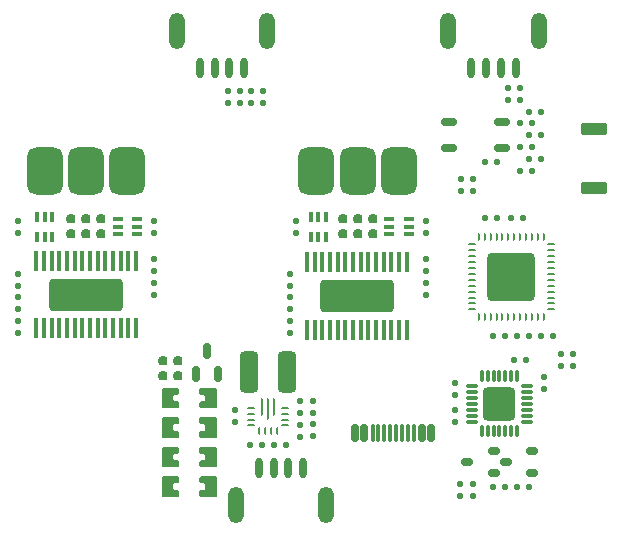
<source format=gtp>
G04*
G04 #@! TF.GenerationSoftware,Altium Limited,Altium Designer,22.7.1 (60)*
G04*
G04 Layer_Color=8421504*
%FSLAX44Y44*%
%MOMM*%
G71*
G04*
G04 #@! TF.SameCoordinates,6D9E20B4-DD88-438E-B8C9-AD87EF274034*
G04*
G04*
G04 #@! TF.FilePolarity,Positive*
G04*
G01*
G75*
G04:AMPARAMS|DCode=10|XSize=0.3429mm|YSize=1.7323mm|CornerRadius=0.0857mm|HoleSize=0mm|Usage=FLASHONLY|Rotation=180.000|XOffset=0mm|YOffset=0mm|HoleType=Round|Shape=RoundedRectangle|*
%AMROUNDEDRECTD10*
21,1,0.3429,1.5608,0,0,180.0*
21,1,0.1715,1.7323,0,0,180.0*
1,1,0.1715,-0.0857,0.7804*
1,1,0.1715,0.0857,0.7804*
1,1,0.1715,0.0857,-0.7804*
1,1,0.1715,-0.0857,-0.7804*
%
%ADD10ROUNDEDRECTD10*%
G04:AMPARAMS|DCode=11|XSize=6.2001mm|YSize=2.7508mm|CornerRadius=0.2751mm|HoleSize=0mm|Usage=FLASHONLY|Rotation=180.000|XOffset=0mm|YOffset=0mm|HoleType=Round|Shape=RoundedRectangle|*
%AMROUNDEDRECTD11*
21,1,6.2001,2.2007,0,0,180.0*
21,1,5.6500,2.7508,0,0,180.0*
1,1,0.5502,-2.8250,1.1003*
1,1,0.5502,2.8250,1.1003*
1,1,0.5502,2.8250,-1.1003*
1,1,0.5502,-2.8250,-1.1003*
%
%ADD11ROUNDEDRECTD11*%
G04:AMPARAMS|DCode=12|XSize=0.508mm|YSize=0.508mm|CornerRadius=0.127mm|HoleSize=0mm|Usage=FLASHONLY|Rotation=90.000|XOffset=0mm|YOffset=0mm|HoleType=Round|Shape=RoundedRectangle|*
%AMROUNDEDRECTD12*
21,1,0.5080,0.2540,0,0,90.0*
21,1,0.2540,0.5080,0,0,90.0*
1,1,0.2540,0.1270,0.1270*
1,1,0.2540,0.1270,-0.1270*
1,1,0.2540,-0.1270,-0.1270*
1,1,0.2540,-0.1270,0.1270*
%
%ADD12ROUNDEDRECTD12*%
G04:AMPARAMS|DCode=13|XSize=0.508mm|YSize=0.508mm|CornerRadius=0.127mm|HoleSize=0mm|Usage=FLASHONLY|Rotation=0.000|XOffset=0mm|YOffset=0mm|HoleType=Round|Shape=RoundedRectangle|*
%AMROUNDEDRECTD13*
21,1,0.5080,0.2540,0,0,0.0*
21,1,0.2540,0.5080,0,0,0.0*
1,1,0.2540,0.1270,-0.1270*
1,1,0.2540,-0.1270,-0.1270*
1,1,0.2540,-0.1270,0.1270*
1,1,0.2540,0.1270,0.1270*
%
%ADD13ROUNDEDRECTD13*%
G04:AMPARAMS|DCode=14|XSize=0.3048mm|YSize=0.9652mm|CornerRadius=0.0762mm|HoleSize=0mm|Usage=FLASHONLY|Rotation=90.000|XOffset=0mm|YOffset=0mm|HoleType=Round|Shape=RoundedRectangle|*
%AMROUNDEDRECTD14*
21,1,0.3048,0.8128,0,0,90.0*
21,1,0.1524,0.9652,0,0,90.0*
1,1,0.1524,0.4064,0.0762*
1,1,0.1524,0.4064,-0.0762*
1,1,0.1524,-0.4064,-0.0762*
1,1,0.1524,-0.4064,0.0762*
%
%ADD14ROUNDEDRECTD14*%
G04:AMPARAMS|DCode=15|XSize=0.3048mm|YSize=0.9652mm|CornerRadius=0.0762mm|HoleSize=0mm|Usage=FLASHONLY|Rotation=0.000|XOffset=0mm|YOffset=0mm|HoleType=Round|Shape=RoundedRectangle|*
%AMROUNDEDRECTD15*
21,1,0.3048,0.8128,0,0,0.0*
21,1,0.1524,0.9652,0,0,0.0*
1,1,0.1524,0.0762,-0.4064*
1,1,0.1524,-0.0762,-0.4064*
1,1,0.1524,-0.0762,0.4064*
1,1,0.1524,0.0762,0.4064*
%
%ADD15ROUNDEDRECTD15*%
G04:AMPARAMS|DCode=16|XSize=2.7mm|YSize=2.8mm|CornerRadius=0.3375mm|HoleSize=0mm|Usage=FLASHONLY|Rotation=180.000|XOffset=0mm|YOffset=0mm|HoleType=Round|Shape=RoundedRectangle|*
%AMROUNDEDRECTD16*
21,1,2.7000,2.1250,0,0,180.0*
21,1,2.0250,2.8000,0,0,180.0*
1,1,0.6750,-1.0125,1.0625*
1,1,0.6750,1.0125,1.0625*
1,1,0.6750,1.0125,-1.0625*
1,1,0.6750,-1.0125,-1.0625*
%
%ADD16ROUNDEDRECTD16*%
G04:AMPARAMS|DCode=17|XSize=0.36mm|YSize=0.9mm|CornerRadius=0.09mm|HoleSize=0mm|Usage=FLASHONLY|Rotation=90.000|XOffset=0mm|YOffset=0mm|HoleType=Round|Shape=RoundedRectangle|*
%AMROUNDEDRECTD17*
21,1,0.3600,0.7200,0,0,90.0*
21,1,0.1800,0.9000,0,0,90.0*
1,1,0.1800,0.3600,0.0900*
1,1,0.1800,0.3600,-0.0900*
1,1,0.1800,-0.3600,-0.0900*
1,1,0.1800,-0.3600,0.0900*
%
%ADD17ROUNDEDRECTD17*%
G04:AMPARAMS|DCode=18|XSize=0.5994mm|YSize=1.4503mm|CornerRadius=0.1499mm|HoleSize=0mm|Usage=FLASHONLY|Rotation=0.000|XOffset=0mm|YOffset=0mm|HoleType=Round|Shape=RoundedRectangle|*
%AMROUNDEDRECTD18*
21,1,0.5994,1.1506,0,0,0.0*
21,1,0.2997,1.4503,0,0,0.0*
1,1,0.2997,0.1499,-0.5753*
1,1,0.2997,-0.1499,-0.5753*
1,1,0.2997,-0.1499,0.5753*
1,1,0.2997,0.1499,0.5753*
%
%ADD18ROUNDEDRECTD18*%
G04:AMPARAMS|DCode=19|XSize=0.2997mm|YSize=1.4503mm|CornerRadius=0.0749mm|HoleSize=0mm|Usage=FLASHONLY|Rotation=0.000|XOffset=0mm|YOffset=0mm|HoleType=Round|Shape=RoundedRectangle|*
%AMROUNDEDRECTD19*
21,1,0.2997,1.3005,0,0,0.0*
21,1,0.1499,1.4503,0,0,0.0*
1,1,0.1499,0.0749,-0.6502*
1,1,0.1499,-0.0749,-0.6502*
1,1,0.1499,-0.0749,0.6502*
1,1,0.1499,0.0749,0.6502*
%
%ADD19ROUNDEDRECTD19*%
G04:AMPARAMS|DCode=20|XSize=0.7mm|YSize=1.3mm|CornerRadius=0.175mm|HoleSize=0mm|Usage=FLASHONLY|Rotation=270.000|XOffset=0mm|YOffset=0mm|HoleType=Round|Shape=RoundedRectangle|*
%AMROUNDEDRECTD20*
21,1,0.7000,0.9500,0,0,270.0*
21,1,0.3500,1.3000,0,0,270.0*
1,1,0.3500,-0.4750,-0.1750*
1,1,0.3500,-0.4750,0.1750*
1,1,0.3500,0.4750,0.1750*
1,1,0.3500,0.4750,-0.1750*
%
%ADD20ROUNDEDRECTD20*%
G04:AMPARAMS|DCode=21|XSize=1.3mm|YSize=3mm|CornerRadius=0.52mm|HoleSize=0mm|Usage=FLASHONLY|Rotation=0.000|XOffset=0mm|YOffset=0mm|HoleType=Round|Shape=RoundedRectangle|*
%AMROUNDEDRECTD21*
21,1,1.3000,1.9600,0,0,0.0*
21,1,0.2600,3.0000,0,0,0.0*
1,1,1.0400,0.1300,-0.9800*
1,1,1.0400,-0.1300,-0.9800*
1,1,1.0400,-0.1300,0.9800*
1,1,1.0400,0.1300,0.9800*
%
%ADD21ROUNDEDRECTD21*%
G04:AMPARAMS|DCode=22|XSize=0.6mm|YSize=1.7mm|CornerRadius=0.24mm|HoleSize=0mm|Usage=FLASHONLY|Rotation=180.000|XOffset=0mm|YOffset=0mm|HoleType=Round|Shape=RoundedRectangle|*
%AMROUNDEDRECTD22*
21,1,0.6000,1.2200,0,0,180.0*
21,1,0.1200,1.7000,0,0,180.0*
1,1,0.4800,-0.0600,0.6100*
1,1,0.4800,0.0600,0.6100*
1,1,0.4800,0.0600,-0.6100*
1,1,0.4800,-0.0600,-0.6100*
%
%ADD22ROUNDEDRECTD22*%
G04:AMPARAMS|DCode=23|XSize=1.3mm|YSize=0.7mm|CornerRadius=0.175mm|HoleSize=0mm|Usage=FLASHONLY|Rotation=270.000|XOffset=0mm|YOffset=0mm|HoleType=Round|Shape=RoundedRectangle|*
%AMROUNDEDRECTD23*
21,1,1.3000,0.3500,0,0,270.0*
21,1,0.9500,0.7000,0,0,270.0*
1,1,0.3500,-0.1750,-0.4750*
1,1,0.3500,-0.1750,0.4750*
1,1,0.3500,0.1750,0.4750*
1,1,0.3500,0.1750,-0.4750*
%
%ADD23ROUNDEDRECTD23*%
G04:AMPARAMS|DCode=24|XSize=0.762mm|YSize=0.762mm|CornerRadius=0.1905mm|HoleSize=0mm|Usage=FLASHONLY|Rotation=90.000|XOffset=0mm|YOffset=0mm|HoleType=Round|Shape=RoundedRectangle|*
%AMROUNDEDRECTD24*
21,1,0.7620,0.3810,0,0,90.0*
21,1,0.3810,0.7620,0,0,90.0*
1,1,0.3810,0.1905,0.1905*
1,1,0.3810,0.1905,-0.1905*
1,1,0.3810,-0.1905,-0.1905*
1,1,0.3810,-0.1905,0.1905*
%
%ADD24ROUNDEDRECTD24*%
G04:AMPARAMS|DCode=25|XSize=0.25mm|YSize=0.7mm|CornerRadius=0.0625mm|HoleSize=0mm|Usage=FLASHONLY|Rotation=90.000|XOffset=0mm|YOffset=0mm|HoleType=Round|Shape=RoundedRectangle|*
%AMROUNDEDRECTD25*
21,1,0.2500,0.5750,0,0,90.0*
21,1,0.1250,0.7000,0,0,90.0*
1,1,0.1250,0.2875,0.0625*
1,1,0.1250,0.2875,-0.0625*
1,1,0.1250,-0.2875,-0.0625*
1,1,0.1250,-0.2875,0.0625*
%
%ADD25ROUNDEDRECTD25*%
G04:AMPARAMS|DCode=26|XSize=0.25mm|YSize=1.45mm|CornerRadius=0.0625mm|HoleSize=0mm|Usage=FLASHONLY|Rotation=0.000|XOffset=0mm|YOffset=0mm|HoleType=Round|Shape=RoundedRectangle|*
%AMROUNDEDRECTD26*
21,1,0.2500,1.3250,0,0,0.0*
21,1,0.1250,1.4500,0,0,0.0*
1,1,0.1250,0.0625,-0.6625*
1,1,0.1250,-0.0625,-0.6625*
1,1,0.1250,-0.0625,0.6625*
1,1,0.1250,0.0625,0.6625*
%
%ADD26ROUNDEDRECTD26*%
G04:AMPARAMS|DCode=27|XSize=0.25mm|YSize=1.85mm|CornerRadius=0.0625mm|HoleSize=0mm|Usage=FLASHONLY|Rotation=0.000|XOffset=0mm|YOffset=0mm|HoleType=Round|Shape=RoundedRectangle|*
%AMROUNDEDRECTD27*
21,1,0.2500,1.7250,0,0,0.0*
21,1,0.1250,1.8500,0,0,0.0*
1,1,0.1250,0.0625,-0.8625*
1,1,0.1250,-0.0625,-0.8625*
1,1,0.1250,-0.0625,0.8625*
1,1,0.1250,0.0625,0.8625*
%
%ADD27ROUNDEDRECTD27*%
G04:AMPARAMS|DCode=28|XSize=0.25mm|YSize=0.7mm|CornerRadius=0.0625mm|HoleSize=0mm|Usage=FLASHONLY|Rotation=180.000|XOffset=0mm|YOffset=0mm|HoleType=Round|Shape=RoundedRectangle|*
%AMROUNDEDRECTD28*
21,1,0.2500,0.5750,0,0,180.0*
21,1,0.1250,0.7000,0,0,180.0*
1,1,0.1250,-0.0625,0.2875*
1,1,0.1250,0.0625,0.2875*
1,1,0.1250,0.0625,-0.2875*
1,1,0.1250,-0.0625,-0.2875*
%
%ADD28ROUNDEDRECTD28*%
G04:AMPARAMS|DCode=29|XSize=1.6mm|YSize=3.5mm|CornerRadius=0.4mm|HoleSize=0mm|Usage=FLASHONLY|Rotation=0.000|XOffset=0mm|YOffset=0mm|HoleType=Round|Shape=RoundedRectangle|*
%AMROUNDEDRECTD29*
21,1,1.6000,2.7000,0,0,0.0*
21,1,0.8000,3.5000,0,0,0.0*
1,1,0.8000,0.4000,-1.3500*
1,1,0.8000,-0.4000,-1.3500*
1,1,0.8000,-0.4000,1.3500*
1,1,0.8000,0.4000,1.3500*
%
%ADD29ROUNDEDRECTD29*%
G04:AMPARAMS|DCode=30|XSize=0.6mm|YSize=1mm|CornerRadius=0.15mm|HoleSize=0mm|Usage=FLASHONLY|Rotation=270.000|XOffset=0mm|YOffset=0mm|HoleType=Round|Shape=RoundedRectangle|*
%AMROUNDEDRECTD30*
21,1,0.6000,0.7000,0,0,270.0*
21,1,0.3000,1.0000,0,0,270.0*
1,1,0.3000,-0.3500,-0.1500*
1,1,0.3000,-0.3500,0.1500*
1,1,0.3000,0.3500,0.1500*
1,1,0.3000,0.3500,-0.1500*
%
%ADD30ROUNDEDRECTD30*%
G04:AMPARAMS|DCode=31|XSize=0.675mm|YSize=0.25mm|CornerRadius=0.0625mm|HoleSize=0mm|Usage=FLASHONLY|Rotation=270.000|XOffset=0mm|YOffset=0mm|HoleType=Round|Shape=RoundedRectangle|*
%AMROUNDEDRECTD31*
21,1,0.6750,0.1250,0,0,270.0*
21,1,0.5500,0.2500,0,0,270.0*
1,1,0.1250,-0.0625,-0.2750*
1,1,0.1250,-0.0625,0.2750*
1,1,0.1250,0.0625,0.2750*
1,1,0.1250,0.0625,-0.2750*
%
%ADD31ROUNDEDRECTD31*%
G04:AMPARAMS|DCode=32|XSize=0.36mm|YSize=0.9mm|CornerRadius=0.09mm|HoleSize=0mm|Usage=FLASHONLY|Rotation=0.000|XOffset=0mm|YOffset=0mm|HoleType=Round|Shape=RoundedRectangle|*
%AMROUNDEDRECTD32*
21,1,0.3600,0.7200,0,0,0.0*
21,1,0.1800,0.9000,0,0,0.0*
1,1,0.1800,0.0900,-0.3600*
1,1,0.1800,-0.0900,-0.3600*
1,1,0.1800,-0.0900,0.3600*
1,1,0.1800,0.0900,0.3600*
%
%ADD32ROUNDEDRECTD32*%
G04:AMPARAMS|DCode=33|XSize=1.016mm|YSize=2.1996mm|CornerRadius=0.1524mm|HoleSize=0mm|Usage=FLASHONLY|Rotation=90.000|XOffset=0mm|YOffset=0mm|HoleType=Round|Shape=RoundedRectangle|*
%AMROUNDEDRECTD33*
21,1,1.0160,1.8948,0,0,90.0*
21,1,0.7112,2.1996,0,0,90.0*
1,1,0.3048,0.9474,0.3556*
1,1,0.3048,0.9474,-0.3556*
1,1,0.3048,-0.9474,-0.3556*
1,1,0.3048,-0.9474,0.3556*
%
%ADD33ROUNDEDRECTD33*%
G04:AMPARAMS|DCode=34|XSize=3mm|YSize=4mm|CornerRadius=0.75mm|HoleSize=0mm|Usage=FLASHONLY|Rotation=180.000|XOffset=0mm|YOffset=0mm|HoleType=Round|Shape=RoundedRectangle|*
%AMROUNDEDRECTD34*
21,1,3.0000,2.5000,0,0,180.0*
21,1,1.5000,4.0000,0,0,180.0*
1,1,1.5000,-0.7500,1.2500*
1,1,1.5000,0.7500,1.2500*
1,1,1.5000,0.7500,-1.2500*
1,1,1.5000,-0.7500,-1.2500*
%
%ADD34ROUNDEDRECTD34*%
G04:AMPARAMS|DCode=35|XSize=4.064mm|YSize=4.064mm|CornerRadius=0.4064mm|HoleSize=0mm|Usage=FLASHONLY|Rotation=270.000|XOffset=0mm|YOffset=0mm|HoleType=Round|Shape=RoundedRectangle|*
%AMROUNDEDRECTD35*
21,1,4.0640,3.2512,0,0,270.0*
21,1,3.2512,4.0640,0,0,270.0*
1,1,0.8128,-1.6256,-1.6256*
1,1,0.8128,-1.6256,1.6256*
1,1,0.8128,1.6256,1.6256*
1,1,0.8128,1.6256,-1.6256*
%
%ADD35ROUNDEDRECTD35*%
G04:AMPARAMS|DCode=36|XSize=0.675mm|YSize=0.25mm|CornerRadius=0.0625mm|HoleSize=0mm|Usage=FLASHONLY|Rotation=0.000|XOffset=0mm|YOffset=0mm|HoleType=Round|Shape=RoundedRectangle|*
%AMROUNDEDRECTD36*
21,1,0.6750,0.1250,0,0,0.0*
21,1,0.5500,0.2500,0,0,0.0*
1,1,0.1250,0.2750,-0.0625*
1,1,0.1250,-0.2750,-0.0625*
1,1,0.1250,-0.2750,0.0625*
1,1,0.1250,0.2750,0.0625*
%
%ADD36ROUNDEDRECTD36*%
G36*
X169000Y25140D02*
Y21437D01*
X168000Y20438D01*
X164951D01*
X163951Y19438D01*
Y15562D01*
X164951Y14562D01*
X168000D01*
X169000Y13563D01*
Y9860D01*
X168000Y8860D01*
X155150D01*
X154150Y9860D01*
Y25140D01*
X155150Y26140D01*
X168000D01*
X169000Y25140D01*
D01*
D02*
G37*
G36*
Y50140D02*
Y46438D01*
X168000Y45437D01*
X164951D01*
X163951Y44437D01*
Y40563D01*
X164951Y39562D01*
X168000D01*
X169000Y38563D01*
Y34860D01*
X168000Y33860D01*
X155150D01*
X154150Y34860D01*
Y50140D01*
X155150Y51140D01*
X168000D01*
X169000Y50140D01*
D01*
D02*
G37*
G36*
X186000Y25140D02*
Y21437D01*
X187000Y20438D01*
X190049D01*
X191049Y19438D01*
Y15562D01*
X190049Y14562D01*
X187000D01*
X186000Y13563D01*
Y9860D01*
X187000Y8860D01*
X199850D01*
X200850Y9860D01*
Y25140D01*
X199850Y26140D01*
X187000D01*
X186000Y25140D01*
D01*
D02*
G37*
G36*
Y50140D02*
Y46438D01*
X187000Y45437D01*
X190049D01*
X191049Y44437D01*
Y40563D01*
X190049Y39562D01*
X187000D01*
X186000Y38563D01*
Y34860D01*
X187000Y33860D01*
X199850D01*
X200850Y34860D01*
Y50140D01*
X199850Y51140D01*
X187000D01*
X186000Y50140D01*
D01*
D02*
G37*
G36*
X169000Y75140D02*
Y71438D01*
X168000Y70437D01*
X164951D01*
X163951Y69437D01*
Y65563D01*
X164951Y64563D01*
X168000D01*
X169000Y63562D01*
Y59860D01*
X168000Y58860D01*
X155150D01*
X154150Y59860D01*
Y75140D01*
X155150Y76140D01*
X168000D01*
X169000Y75140D01*
D01*
D02*
G37*
G36*
Y100140D02*
Y96438D01*
X168000Y95437D01*
X164951D01*
X163951Y94438D01*
Y90562D01*
X164951Y89563D01*
X168000D01*
X169000Y88562D01*
Y84860D01*
X168000Y83860D01*
X155150D01*
X154150Y84860D01*
Y100140D01*
X155150Y101140D01*
X168000D01*
X169000Y100140D01*
D01*
D02*
G37*
G36*
X186000Y75140D02*
Y71438D01*
X187000Y70437D01*
X190049D01*
X191049Y69437D01*
Y65563D01*
X190049Y64563D01*
X187000D01*
X186000Y63562D01*
Y59860D01*
X187000Y58860D01*
X199850D01*
X200850Y59860D01*
Y75140D01*
X199850Y76140D01*
X187000D01*
X186000Y75140D01*
D01*
D02*
G37*
G36*
Y100140D02*
Y96438D01*
X187000Y95437D01*
X190049D01*
X191049Y94438D01*
Y90562D01*
X190049Y89563D01*
X187000D01*
X186000Y88562D01*
Y84860D01*
X187000Y83860D01*
X199850D01*
X200850Y84860D01*
Y100140D01*
X199850Y101140D01*
X187000D01*
X186000Y100140D01*
D01*
D02*
G37*
D10*
X361502Y207302D02*
D03*
X355000D02*
D03*
X348523Y207302D02*
D03*
X342021Y207302D02*
D03*
X335518D02*
D03*
X329016Y207302D02*
D03*
X322513Y207302D02*
D03*
X316011D02*
D03*
X309509Y207302D02*
D03*
X303006Y207302D02*
D03*
X296504D02*
D03*
X290001Y207302D02*
D03*
X283499Y207302D02*
D03*
X277022D02*
D03*
X361502Y150000D02*
D03*
X355000D02*
D03*
X348523Y150000D02*
D03*
X342021Y150000D02*
D03*
X335518D02*
D03*
X329016Y150000D02*
D03*
X322513Y150000D02*
D03*
X316011D02*
D03*
X309509Y150000D02*
D03*
X303006Y150000D02*
D03*
X296504D02*
D03*
X290001Y150000D02*
D03*
X283499Y150000D02*
D03*
X277022D02*
D03*
X47760Y151349D02*
D03*
X54237D02*
D03*
X60739Y151349D02*
D03*
X67242Y151349D02*
D03*
X73744D02*
D03*
X80246Y151349D02*
D03*
X86749Y151349D02*
D03*
X93251D02*
D03*
X99754Y151349D02*
D03*
X106256Y151349D02*
D03*
X112758D02*
D03*
X119261Y151349D02*
D03*
X125738Y151349D02*
D03*
X132240D02*
D03*
X47760Y208651D02*
D03*
X54237D02*
D03*
X60739Y208651D02*
D03*
X67242Y208651D02*
D03*
X73744D02*
D03*
X80246Y208651D02*
D03*
X86749Y208651D02*
D03*
X93251D02*
D03*
X99754Y208651D02*
D03*
X106256Y208651D02*
D03*
X112758D02*
D03*
X119261Y208651D02*
D03*
X125738Y208651D02*
D03*
X132240D02*
D03*
D11*
X319262Y178651D02*
D03*
X90000Y180000D02*
D03*
D12*
X427420Y292500D02*
D03*
X437580D02*
D03*
X238830Y52378D02*
D03*
X228670D02*
D03*
X258830D02*
D03*
X248670D02*
D03*
X462580Y125000D02*
D03*
X452420D02*
D03*
X437580Y245000D02*
D03*
X427420D02*
D03*
X465080Y17500D02*
D03*
X454920D02*
D03*
X434920D02*
D03*
X445080D02*
D03*
X467580Y305000D02*
D03*
X457420D02*
D03*
X464920Y315000D02*
D03*
X475080D02*
D03*
X460080Y245000D02*
D03*
X457580Y355000D02*
D03*
X457420Y285000D02*
D03*
X457580Y345000D02*
D03*
X457420Y325000D02*
D03*
X434920Y145000D02*
D03*
X467580Y325000D02*
D03*
X475080Y335000D02*
D03*
X464920D02*
D03*
X467580Y285000D02*
D03*
X445080Y145000D02*
D03*
X475080Y295000D02*
D03*
X464920D02*
D03*
X485080Y145000D02*
D03*
X474920D02*
D03*
X447420Y345000D02*
D03*
Y355000D02*
D03*
X454920Y145000D02*
D03*
X465080D02*
D03*
X449920Y245000D02*
D03*
D13*
X407500Y277580D02*
D03*
Y267420D02*
D03*
X417500Y277580D02*
D03*
Y267420D02*
D03*
X230000Y352580D02*
D03*
Y342420D02*
D03*
X240000Y352580D02*
D03*
Y342420D02*
D03*
X492500Y130080D02*
D03*
Y119920D02*
D03*
X502500D02*
D03*
Y130080D02*
D03*
X417638Y19583D02*
D03*
Y9423D02*
D03*
X406899Y19618D02*
D03*
Y9458D02*
D03*
X216250Y72298D02*
D03*
Y82458D02*
D03*
X271250Y79798D02*
D03*
Y89958D02*
D03*
X282500Y79960D02*
D03*
Y90120D02*
D03*
Y59960D02*
D03*
Y70120D02*
D03*
X271250Y59798D02*
D03*
Y69957D02*
D03*
X477500Y110080D02*
D03*
Y99920D02*
D03*
X32500Y242580D02*
D03*
X147500D02*
D03*
X267500D02*
D03*
X377500D02*
D03*
X220000Y342420D02*
D03*
X210000Y342420D02*
D03*
X32500Y167420D02*
D03*
Y177580D02*
D03*
Y197580D02*
D03*
Y187420D02*
D03*
X262500Y167420D02*
D03*
Y177580D02*
D03*
Y197580D02*
D03*
Y187420D02*
D03*
Y157580D02*
D03*
Y147420D02*
D03*
X267500Y232420D02*
D03*
X32500Y157580D02*
D03*
Y147420D02*
D03*
X147500Y179920D02*
D03*
Y190080D02*
D03*
X377500Y179920D02*
D03*
Y190080D02*
D03*
X147500Y210080D02*
D03*
Y199920D02*
D03*
X32500Y232420D02*
D03*
X147500D02*
D03*
X402500Y82580D02*
D03*
Y72420D02*
D03*
X220000Y352580D02*
D03*
X402500Y105080D02*
D03*
Y94920D02*
D03*
X377500Y232420D02*
D03*
Y210080D02*
D03*
Y199920D02*
D03*
X210000Y352580D02*
D03*
D14*
X463241Y72500D02*
D03*
Y77500D02*
D03*
X463241Y82500D02*
D03*
Y87500D02*
D03*
Y92500D02*
D03*
X463241Y97500D02*
D03*
Y102500D02*
D03*
X416759Y102500D02*
D03*
Y97500D02*
D03*
X416759Y92500D02*
D03*
Y87500D02*
D03*
Y82500D02*
D03*
X416759Y77500D02*
D03*
Y72500D02*
D03*
D15*
X455000Y110741D02*
D03*
X450000D02*
D03*
X445000D02*
D03*
X440000D02*
D03*
X435000D02*
D03*
X430000D02*
D03*
X425000D02*
D03*
Y64259D02*
D03*
X430000D02*
D03*
X435000D02*
D03*
X440000D02*
D03*
X445000D02*
D03*
X450000D02*
D03*
X455000D02*
D03*
D16*
X440000Y87500D02*
D03*
D17*
X363400Y231000D02*
D03*
Y237500D02*
D03*
X346600Y244000D02*
D03*
Y237500D02*
D03*
Y231000D02*
D03*
X363400Y244000D02*
D03*
X133400Y244000D02*
D03*
X116600Y231000D02*
D03*
Y237500D02*
D03*
Y244000D02*
D03*
X133400Y237500D02*
D03*
Y231000D02*
D03*
D18*
X382207Y62976D02*
D03*
X374511Y62976D02*
D03*
X325489D02*
D03*
X317742D02*
D03*
D19*
X367501Y62976D02*
D03*
X362497D02*
D03*
X357493D02*
D03*
X352489D02*
D03*
X347511D02*
D03*
X342507D02*
D03*
X337503D02*
D03*
X332499D02*
D03*
D20*
X442500Y304249D02*
D03*
X397500D02*
D03*
X442500Y325751D02*
D03*
X397500D02*
D03*
D21*
X216749Y1500D02*
D03*
X293251D02*
D03*
X396749Y403499D02*
D03*
X473251D02*
D03*
X166749D02*
D03*
X243251D02*
D03*
D22*
X273744Y33500D02*
D03*
X261247D02*
D03*
X248750D02*
D03*
X236254D02*
D03*
X198753Y371501D02*
D03*
X428753D02*
D03*
X453746D02*
D03*
X441250D02*
D03*
X416256D02*
D03*
X223746D02*
D03*
X211250D02*
D03*
X186256D02*
D03*
D23*
X183000Y112500D02*
D03*
X202000D02*
D03*
X192500Y132500D02*
D03*
D24*
X167501Y123999D02*
D03*
Y110999D02*
D03*
X155501Y123999D02*
D03*
X155501Y110999D02*
D03*
X89999Y231001D02*
D03*
Y244001D02*
D03*
X319999Y231001D02*
D03*
Y244001D02*
D03*
X77499D02*
D03*
X77499Y231001D02*
D03*
X332499Y244001D02*
D03*
Y231001D02*
D03*
X102499Y244001D02*
D03*
Y231001D02*
D03*
X307499Y244001D02*
D03*
Y231001D02*
D03*
D25*
X229250Y69219D02*
D03*
Y74220D02*
D03*
Y79217D02*
D03*
Y84218D02*
D03*
X258250D02*
D03*
Y79217D02*
D03*
Y74215D02*
D03*
Y69217D02*
D03*
D26*
X238749Y85041D02*
D03*
X248749D02*
D03*
D27*
X243750Y83041D02*
D03*
D28*
X251251Y64714D02*
D03*
X246249D02*
D03*
X241248Y64714D02*
D03*
X236249Y64714D02*
D03*
D29*
X259750Y114878D02*
D03*
X227751D02*
D03*
D30*
X445255Y38500D02*
D03*
X467715Y29000D02*
D03*
X467715Y48000D02*
D03*
X435215Y48000D02*
D03*
X435215Y29000D02*
D03*
X412755Y38500D02*
D03*
D31*
X472500Y161375D02*
D03*
X477500Y228625D02*
D03*
X472500D02*
D03*
X467500D02*
D03*
X462500D02*
D03*
X457500D02*
D03*
X452500Y228625D02*
D03*
X447500D02*
D03*
X442500Y228625D02*
D03*
X437500D02*
D03*
X432500D02*
D03*
X427500D02*
D03*
X422500D02*
D03*
Y161375D02*
D03*
X427500D02*
D03*
X432500D02*
D03*
X437500D02*
D03*
X442500D02*
D03*
X447500Y161375D02*
D03*
X452500D02*
D03*
X457500Y161375D02*
D03*
X462500D02*
D03*
X467500D02*
D03*
X477500D02*
D03*
D32*
X61500Y229100D02*
D03*
X293100D02*
D03*
X48500Y245900D02*
D03*
X55000Y245900D02*
D03*
X61500Y245900D02*
D03*
X55000Y229100D02*
D03*
X48500D02*
D03*
X280100Y245900D02*
D03*
X286600D02*
D03*
X293100D02*
D03*
X286600Y229100D02*
D03*
X280100D02*
D03*
D33*
X520000Y270000D02*
D03*
Y320000D02*
D03*
D34*
X285000Y285000D02*
D03*
X355000D02*
D03*
X319999D02*
D03*
X55000D02*
D03*
X125000D02*
D03*
X89999D02*
D03*
D35*
X450000Y195000D02*
D03*
D36*
X416375Y222500D02*
D03*
Y217500D02*
D03*
Y212500D02*
D03*
Y207500D02*
D03*
Y202500D02*
D03*
X416375Y197500D02*
D03*
Y192500D02*
D03*
X416375Y187500D02*
D03*
Y182500D02*
D03*
Y177500D02*
D03*
Y172500D02*
D03*
Y167500D02*
D03*
X483625D02*
D03*
Y172500D02*
D03*
Y177500D02*
D03*
Y182500D02*
D03*
Y187500D02*
D03*
X483625Y192500D02*
D03*
Y197500D02*
D03*
X483625Y202500D02*
D03*
Y207500D02*
D03*
Y212500D02*
D03*
Y217500D02*
D03*
Y222500D02*
D03*
M02*

</source>
